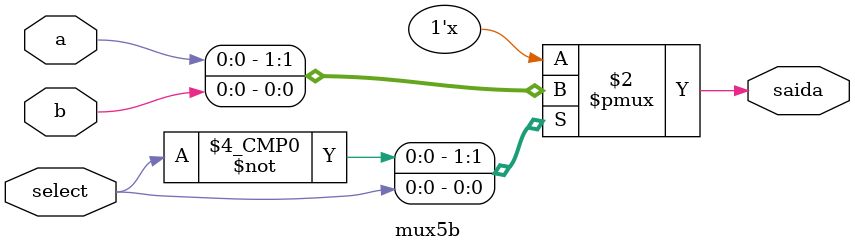
<source format=v>
module mux32b (saida, a, b, select);
output reg saida;
input [31:0] a, b;
input select;

always @(*) begin 
    case(select)
        1'd0: saida = a;
        1'd1: saida = b;
    endcase
end
endmodule

module mux5b(saida, a ,b, select);
output reg saida;
input [4:0] a, b;
input select;

    always @ (*) begin
        case (select)
        1'd0: saida = a;
        1'd1: saida =b;
        endcase
    end
endmodule
</source>
